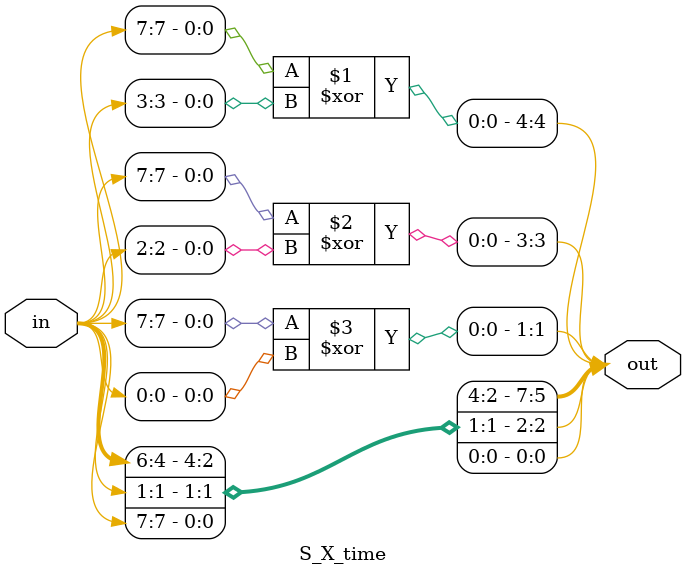
<source format=v>
module S_X_time(in,out);
  input [7:0]in;
  output [7:0]out;
  xor x1(out[4],in[7],in[3]);
  xor x2(out[3],in[7],in[2]);
  xor x3(out[1],in[7],in[0]);
  assign out[0]=in[7];
  assign out[2]=in[1];
  assign out[5]=in[4]; 
  assign out[6]=in[5];
  assign out[7]=in[6]; 
endmodule
</source>
